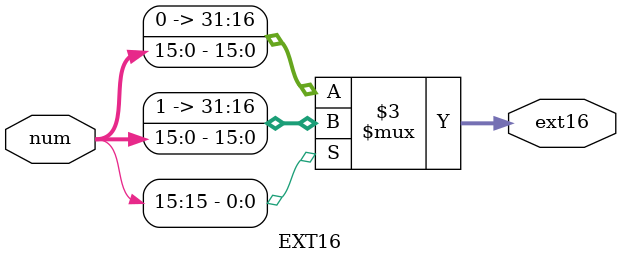
<source format=v>
`timescale 1ns / 1ps

//´ø·ûºÅÎ»À©Õ¹Ô­Êý¾Ý
module EXT16(
    input [15:0] num,
    output reg[31:0]ext16
    );
    always@(*)
    begin
        ext16<=(num[15]==1)?{16'hffff,num}:{16'b0,num};
    end
endmodule

</source>
